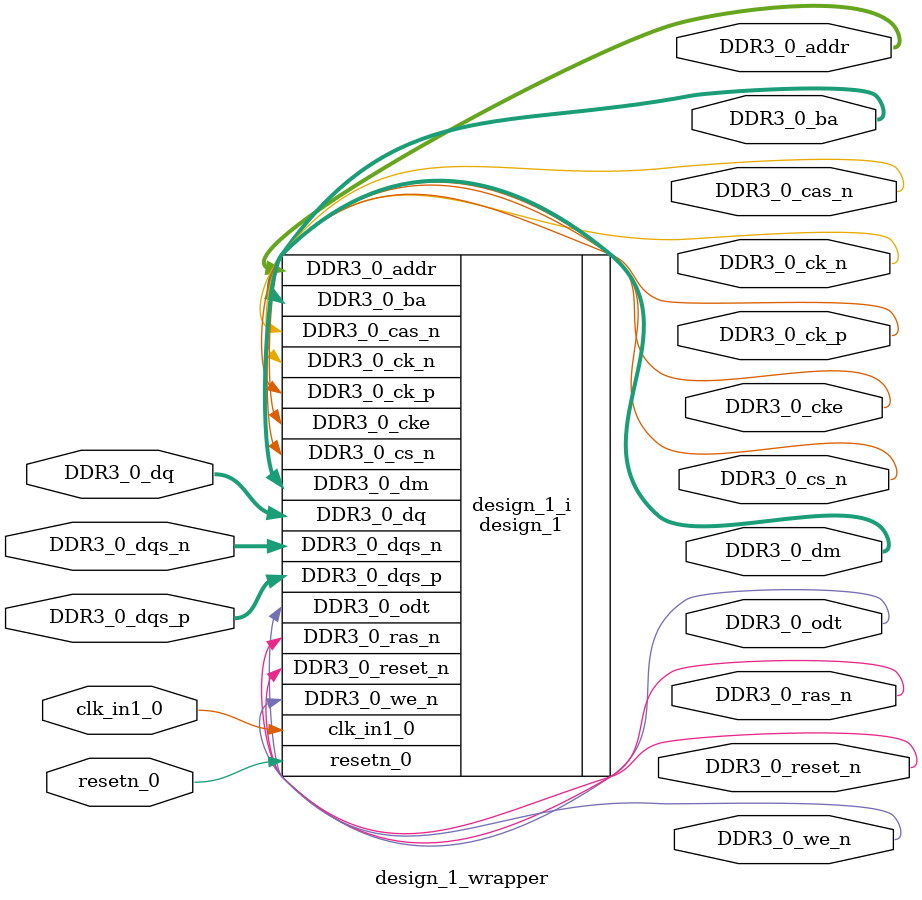
<source format=v>
`timescale 1 ps / 1 ps

module design_1_wrapper
   (DDR3_0_addr,
    DDR3_0_ba,
    DDR3_0_cas_n,
    DDR3_0_ck_n,
    DDR3_0_ck_p,
    DDR3_0_cke,
    DDR3_0_cs_n,
    DDR3_0_dm,
    DDR3_0_dq,
    DDR3_0_dqs_n,
    DDR3_0_dqs_p,
    DDR3_0_odt,
    DDR3_0_ras_n,
    DDR3_0_reset_n,
    DDR3_0_we_n,
    clk_in1_0,
    resetn_0);
  output [13:0]DDR3_0_addr;
  output [2:0]DDR3_0_ba;
  output DDR3_0_cas_n;
  output [0:0]DDR3_0_ck_n;
  output [0:0]DDR3_0_ck_p;
  output [0:0]DDR3_0_cke;
  output [0:0]DDR3_0_cs_n;
  output [1:0]DDR3_0_dm;
  inout [15:0]DDR3_0_dq;
  inout [1:0]DDR3_0_dqs_n;
  inout [1:0]DDR3_0_dqs_p;
  output [0:0]DDR3_0_odt;
  output DDR3_0_ras_n;
  output DDR3_0_reset_n;
  output DDR3_0_we_n;
  input clk_in1_0;
  input resetn_0;

  wire [13:0]DDR3_0_addr;
  wire [2:0]DDR3_0_ba;
  wire DDR3_0_cas_n;
  wire [0:0]DDR3_0_ck_n;
  wire [0:0]DDR3_0_ck_p;
  wire [0:0]DDR3_0_cke;
  wire [0:0]DDR3_0_cs_n;
  wire [1:0]DDR3_0_dm;
  wire [15:0]DDR3_0_dq;
  wire [1:0]DDR3_0_dqs_n;
  wire [1:0]DDR3_0_dqs_p;
  wire [0:0]DDR3_0_odt;
  wire DDR3_0_ras_n;
  wire DDR3_0_reset_n;
  wire DDR3_0_we_n;
  wire clk_in1_0;
  wire resetn_0;

  design_1 design_1_i
       (.DDR3_0_addr(DDR3_0_addr),
        .DDR3_0_ba(DDR3_0_ba),
        .DDR3_0_cas_n(DDR3_0_cas_n),
        .DDR3_0_ck_n(DDR3_0_ck_n),
        .DDR3_0_ck_p(DDR3_0_ck_p),
        .DDR3_0_cke(DDR3_0_cke),
        .DDR3_0_cs_n(DDR3_0_cs_n),
        .DDR3_0_dm(DDR3_0_dm),
        .DDR3_0_dq(DDR3_0_dq),
        .DDR3_0_dqs_n(DDR3_0_dqs_n),
        .DDR3_0_dqs_p(DDR3_0_dqs_p),
        .DDR3_0_odt(DDR3_0_odt),
        .DDR3_0_ras_n(DDR3_0_ras_n),
        .DDR3_0_reset_n(DDR3_0_reset_n),
        .DDR3_0_we_n(DDR3_0_we_n),
        .clk_in1_0(clk_in1_0),
        .resetn_0(resetn_0));
endmodule

</source>
